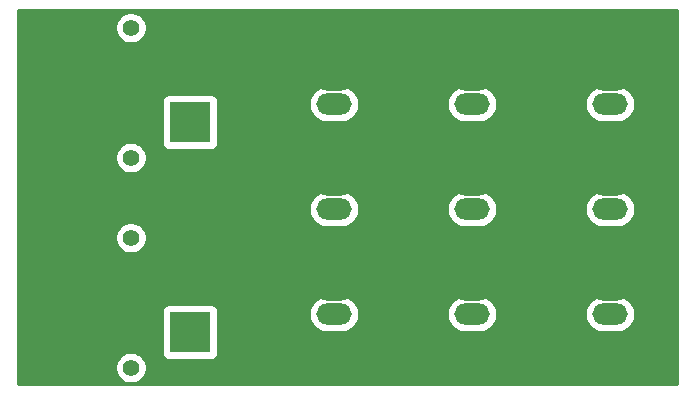
<source format=gbr>
%TF.GenerationSoftware,KiCad,Pcbnew,(5.1.9)-1*%
%TF.CreationDate,2021-11-23T19:16:45+00:00*%
%TF.ProjectId,BT2.0-parallel-board,4254322e-302d-4706-9172-616c6c656c2d,rev?*%
%TF.SameCoordinates,Original*%
%TF.FileFunction,Copper,L1,Top*%
%TF.FilePolarity,Positive*%
%FSLAX46Y46*%
G04 Gerber Fmt 4.6, Leading zero omitted, Abs format (unit mm)*
G04 Created by KiCad (PCBNEW (5.1.9)-1) date 2021-11-23 19:16:45*
%MOMM*%
%LPD*%
G01*
G04 APERTURE LIST*
%TA.AperFunction,ComponentPad*%
%ADD10C,3.500000*%
%TD*%
%TA.AperFunction,ComponentPad*%
%ADD11R,3.500000X3.500000*%
%TD*%
%TA.AperFunction,ComponentPad*%
%ADD12C,1.400000*%
%TD*%
%TA.AperFunction,ComponentPad*%
%ADD13O,3.000000X1.800000*%
%TD*%
%TA.AperFunction,Conductor*%
%ADD14C,0.254000*%
%TD*%
%TA.AperFunction,Conductor*%
%ADD15C,0.100000*%
%TD*%
G04 APERTURE END LIST*
D10*
%TO.P,J11,2*%
%TO.N,VCC*%
X91440000Y-104220000D03*
D11*
%TO.P,J11,1*%
%TO.N,GND*%
X91440000Y-109220000D03*
D12*
%TO.P,J11,*%
%TO.N,*%
X86440000Y-101220000D03*
X86440000Y-112220000D03*
%TD*%
D13*
%TO.P,J9,1*%
%TO.N,GND*%
X127000000Y-125460000D03*
%TO.P,J9,2*%
%TO.N,VCC*%
X127000000Y-123460000D03*
%TD*%
%TO.P,J8,1*%
%TO.N,GND*%
X115316000Y-125460000D03*
%TO.P,J8,2*%
%TO.N,VCC*%
X115316000Y-123460000D03*
%TD*%
%TO.P,J7,1*%
%TO.N,GND*%
X103632000Y-125460000D03*
%TO.P,J7,2*%
%TO.N,VCC*%
X103632000Y-123460000D03*
%TD*%
%TO.P,J6,1*%
%TO.N,GND*%
X127000000Y-116570000D03*
%TO.P,J6,2*%
%TO.N,VCC*%
X127000000Y-114570000D03*
%TD*%
%TO.P,J5,1*%
%TO.N,GND*%
X115316000Y-116570000D03*
%TO.P,J5,2*%
%TO.N,VCC*%
X115316000Y-114570000D03*
%TD*%
%TO.P,J4,1*%
%TO.N,GND*%
X103632000Y-116570000D03*
%TO.P,J4,2*%
%TO.N,VCC*%
X103632000Y-114570000D03*
%TD*%
%TO.P,J3,1*%
%TO.N,GND*%
X127000000Y-107680000D03*
%TO.P,J3,2*%
%TO.N,VCC*%
X127000000Y-105680000D03*
%TD*%
%TO.P,J2,1*%
%TO.N,GND*%
X115316000Y-107680000D03*
%TO.P,J2,2*%
%TO.N,VCC*%
X115316000Y-105680000D03*
%TD*%
%TO.P,J1,1*%
%TO.N,GND*%
X103632000Y-107680000D03*
%TO.P,J1,2*%
%TO.N,VCC*%
X103632000Y-105680000D03*
%TD*%
D10*
%TO.P,J10,2*%
%TO.N,VCC*%
X91440000Y-122000000D03*
D11*
%TO.P,J10,1*%
%TO.N,GND*%
X91440000Y-127000000D03*
D12*
%TO.P,J10,*%
%TO.N,*%
X86440000Y-119000000D03*
X86440000Y-130000000D03*
%TD*%
D14*
%TO.N,VCC*%
X132665001Y-131395000D02*
X76885000Y-131395000D01*
X76885000Y-129868514D01*
X85105000Y-129868514D01*
X85105000Y-130131486D01*
X85156304Y-130389405D01*
X85256939Y-130632359D01*
X85403038Y-130851013D01*
X85588987Y-131036962D01*
X85807641Y-131183061D01*
X86050595Y-131283696D01*
X86308514Y-131335000D01*
X86571486Y-131335000D01*
X86829405Y-131283696D01*
X87072359Y-131183061D01*
X87291013Y-131036962D01*
X87476962Y-130851013D01*
X87623061Y-130632359D01*
X87723696Y-130389405D01*
X87775000Y-130131486D01*
X87775000Y-129868514D01*
X87723696Y-129610595D01*
X87623061Y-129367641D01*
X87476962Y-129148987D01*
X87291013Y-128963038D01*
X87072359Y-128816939D01*
X86829405Y-128716304D01*
X86571486Y-128665000D01*
X86308514Y-128665000D01*
X86050595Y-128716304D01*
X85807641Y-128816939D01*
X85588987Y-128963038D01*
X85403038Y-129148987D01*
X85256939Y-129367641D01*
X85156304Y-129610595D01*
X85105000Y-129868514D01*
X76885000Y-129868514D01*
X76885000Y-125250000D01*
X89051928Y-125250000D01*
X89051928Y-128750000D01*
X89064188Y-128874482D01*
X89100498Y-128994180D01*
X89159463Y-129104494D01*
X89238815Y-129201185D01*
X89335506Y-129280537D01*
X89445820Y-129339502D01*
X89565518Y-129375812D01*
X89690000Y-129388072D01*
X93190000Y-129388072D01*
X93314482Y-129375812D01*
X93434180Y-129339502D01*
X93544494Y-129280537D01*
X93641185Y-129201185D01*
X93720537Y-129104494D01*
X93779502Y-128994180D01*
X93815812Y-128874482D01*
X93828072Y-128750000D01*
X93828072Y-125460000D01*
X101489573Y-125460000D01*
X101519210Y-125760913D01*
X101606983Y-126050261D01*
X101749519Y-126316927D01*
X101941339Y-126550661D01*
X102175073Y-126742481D01*
X102441739Y-126885017D01*
X102731087Y-126972790D01*
X102956592Y-126995000D01*
X104307408Y-126995000D01*
X104532913Y-126972790D01*
X104822261Y-126885017D01*
X105088927Y-126742481D01*
X105322661Y-126550661D01*
X105514481Y-126316927D01*
X105657017Y-126050261D01*
X105744790Y-125760913D01*
X105774427Y-125460000D01*
X113173573Y-125460000D01*
X113203210Y-125760913D01*
X113290983Y-126050261D01*
X113433519Y-126316927D01*
X113625339Y-126550661D01*
X113859073Y-126742481D01*
X114125739Y-126885017D01*
X114415087Y-126972790D01*
X114640592Y-126995000D01*
X115991408Y-126995000D01*
X116216913Y-126972790D01*
X116506261Y-126885017D01*
X116772927Y-126742481D01*
X117006661Y-126550661D01*
X117198481Y-126316927D01*
X117341017Y-126050261D01*
X117428790Y-125760913D01*
X117458427Y-125460000D01*
X124857573Y-125460000D01*
X124887210Y-125760913D01*
X124974983Y-126050261D01*
X125117519Y-126316927D01*
X125309339Y-126550661D01*
X125543073Y-126742481D01*
X125809739Y-126885017D01*
X126099087Y-126972790D01*
X126324592Y-126995000D01*
X127675408Y-126995000D01*
X127900913Y-126972790D01*
X128190261Y-126885017D01*
X128456927Y-126742481D01*
X128690661Y-126550661D01*
X128882481Y-126316927D01*
X129025017Y-126050261D01*
X129112790Y-125760913D01*
X129142427Y-125460000D01*
X129112790Y-125159087D01*
X129025017Y-124869739D01*
X128882481Y-124603073D01*
X128690661Y-124369339D01*
X128456927Y-124177519D01*
X128190261Y-124034983D01*
X127900913Y-123947210D01*
X127675408Y-123925000D01*
X126324592Y-123925000D01*
X126099087Y-123947210D01*
X125809739Y-124034983D01*
X125543073Y-124177519D01*
X125309339Y-124369339D01*
X125117519Y-124603073D01*
X124974983Y-124869739D01*
X124887210Y-125159087D01*
X124857573Y-125460000D01*
X117458427Y-125460000D01*
X117428790Y-125159087D01*
X117341017Y-124869739D01*
X117198481Y-124603073D01*
X117006661Y-124369339D01*
X116772927Y-124177519D01*
X116506261Y-124034983D01*
X116216913Y-123947210D01*
X115991408Y-123925000D01*
X114640592Y-123925000D01*
X114415087Y-123947210D01*
X114125739Y-124034983D01*
X113859073Y-124177519D01*
X113625339Y-124369339D01*
X113433519Y-124603073D01*
X113290983Y-124869739D01*
X113203210Y-125159087D01*
X113173573Y-125460000D01*
X105774427Y-125460000D01*
X105744790Y-125159087D01*
X105657017Y-124869739D01*
X105514481Y-124603073D01*
X105322661Y-124369339D01*
X105088927Y-124177519D01*
X104822261Y-124034983D01*
X104532913Y-123947210D01*
X104307408Y-123925000D01*
X102956592Y-123925000D01*
X102731087Y-123947210D01*
X102441739Y-124034983D01*
X102175073Y-124177519D01*
X101941339Y-124369339D01*
X101749519Y-124603073D01*
X101606983Y-124869739D01*
X101519210Y-125159087D01*
X101489573Y-125460000D01*
X93828072Y-125460000D01*
X93828072Y-125250000D01*
X93815812Y-125125518D01*
X93779502Y-125005820D01*
X93720537Y-124895506D01*
X93641185Y-124798815D01*
X93544494Y-124719463D01*
X93434180Y-124660498D01*
X93314482Y-124624188D01*
X93190000Y-124611928D01*
X89690000Y-124611928D01*
X89565518Y-124624188D01*
X89445820Y-124660498D01*
X89335506Y-124719463D01*
X89238815Y-124798815D01*
X89159463Y-124895506D01*
X89100498Y-125005820D01*
X89064188Y-125125518D01*
X89051928Y-125250000D01*
X76885000Y-125250000D01*
X76885000Y-118868514D01*
X85105000Y-118868514D01*
X85105000Y-119131486D01*
X85156304Y-119389405D01*
X85256939Y-119632359D01*
X85403038Y-119851013D01*
X85588987Y-120036962D01*
X85807641Y-120183061D01*
X86050595Y-120283696D01*
X86308514Y-120335000D01*
X86571486Y-120335000D01*
X86829405Y-120283696D01*
X87072359Y-120183061D01*
X87291013Y-120036962D01*
X87476962Y-119851013D01*
X87623061Y-119632359D01*
X87723696Y-119389405D01*
X87775000Y-119131486D01*
X87775000Y-118868514D01*
X87723696Y-118610595D01*
X87623061Y-118367641D01*
X87476962Y-118148987D01*
X87291013Y-117963038D01*
X87072359Y-117816939D01*
X86829405Y-117716304D01*
X86571486Y-117665000D01*
X86308514Y-117665000D01*
X86050595Y-117716304D01*
X85807641Y-117816939D01*
X85588987Y-117963038D01*
X85403038Y-118148987D01*
X85256939Y-118367641D01*
X85156304Y-118610595D01*
X85105000Y-118868514D01*
X76885000Y-118868514D01*
X76885000Y-116570000D01*
X101489573Y-116570000D01*
X101519210Y-116870913D01*
X101606983Y-117160261D01*
X101749519Y-117426927D01*
X101941339Y-117660661D01*
X102175073Y-117852481D01*
X102441739Y-117995017D01*
X102731087Y-118082790D01*
X102956592Y-118105000D01*
X104307408Y-118105000D01*
X104532913Y-118082790D01*
X104822261Y-117995017D01*
X105088927Y-117852481D01*
X105322661Y-117660661D01*
X105514481Y-117426927D01*
X105657017Y-117160261D01*
X105744790Y-116870913D01*
X105774427Y-116570000D01*
X113173573Y-116570000D01*
X113203210Y-116870913D01*
X113290983Y-117160261D01*
X113433519Y-117426927D01*
X113625339Y-117660661D01*
X113859073Y-117852481D01*
X114125739Y-117995017D01*
X114415087Y-118082790D01*
X114640592Y-118105000D01*
X115991408Y-118105000D01*
X116216913Y-118082790D01*
X116506261Y-117995017D01*
X116772927Y-117852481D01*
X117006661Y-117660661D01*
X117198481Y-117426927D01*
X117341017Y-117160261D01*
X117428790Y-116870913D01*
X117458427Y-116570000D01*
X124857573Y-116570000D01*
X124887210Y-116870913D01*
X124974983Y-117160261D01*
X125117519Y-117426927D01*
X125309339Y-117660661D01*
X125543073Y-117852481D01*
X125809739Y-117995017D01*
X126099087Y-118082790D01*
X126324592Y-118105000D01*
X127675408Y-118105000D01*
X127900913Y-118082790D01*
X128190261Y-117995017D01*
X128456927Y-117852481D01*
X128690661Y-117660661D01*
X128882481Y-117426927D01*
X129025017Y-117160261D01*
X129112790Y-116870913D01*
X129142427Y-116570000D01*
X129112790Y-116269087D01*
X129025017Y-115979739D01*
X128882481Y-115713073D01*
X128690661Y-115479339D01*
X128456927Y-115287519D01*
X128190261Y-115144983D01*
X127900913Y-115057210D01*
X127675408Y-115035000D01*
X126324592Y-115035000D01*
X126099087Y-115057210D01*
X125809739Y-115144983D01*
X125543073Y-115287519D01*
X125309339Y-115479339D01*
X125117519Y-115713073D01*
X124974983Y-115979739D01*
X124887210Y-116269087D01*
X124857573Y-116570000D01*
X117458427Y-116570000D01*
X117428790Y-116269087D01*
X117341017Y-115979739D01*
X117198481Y-115713073D01*
X117006661Y-115479339D01*
X116772927Y-115287519D01*
X116506261Y-115144983D01*
X116216913Y-115057210D01*
X115991408Y-115035000D01*
X114640592Y-115035000D01*
X114415087Y-115057210D01*
X114125739Y-115144983D01*
X113859073Y-115287519D01*
X113625339Y-115479339D01*
X113433519Y-115713073D01*
X113290983Y-115979739D01*
X113203210Y-116269087D01*
X113173573Y-116570000D01*
X105774427Y-116570000D01*
X105744790Y-116269087D01*
X105657017Y-115979739D01*
X105514481Y-115713073D01*
X105322661Y-115479339D01*
X105088927Y-115287519D01*
X104822261Y-115144983D01*
X104532913Y-115057210D01*
X104307408Y-115035000D01*
X102956592Y-115035000D01*
X102731087Y-115057210D01*
X102441739Y-115144983D01*
X102175073Y-115287519D01*
X101941339Y-115479339D01*
X101749519Y-115713073D01*
X101606983Y-115979739D01*
X101519210Y-116269087D01*
X101489573Y-116570000D01*
X76885000Y-116570000D01*
X76885000Y-112088514D01*
X85105000Y-112088514D01*
X85105000Y-112351486D01*
X85156304Y-112609405D01*
X85256939Y-112852359D01*
X85403038Y-113071013D01*
X85588987Y-113256962D01*
X85807641Y-113403061D01*
X86050595Y-113503696D01*
X86308514Y-113555000D01*
X86571486Y-113555000D01*
X86829405Y-113503696D01*
X87072359Y-113403061D01*
X87291013Y-113256962D01*
X87476962Y-113071013D01*
X87623061Y-112852359D01*
X87723696Y-112609405D01*
X87775000Y-112351486D01*
X87775000Y-112088514D01*
X87723696Y-111830595D01*
X87623061Y-111587641D01*
X87476962Y-111368987D01*
X87291013Y-111183038D01*
X87072359Y-111036939D01*
X86829405Y-110936304D01*
X86571486Y-110885000D01*
X86308514Y-110885000D01*
X86050595Y-110936304D01*
X85807641Y-111036939D01*
X85588987Y-111183038D01*
X85403038Y-111368987D01*
X85256939Y-111587641D01*
X85156304Y-111830595D01*
X85105000Y-112088514D01*
X76885000Y-112088514D01*
X76885000Y-107470000D01*
X89051928Y-107470000D01*
X89051928Y-110970000D01*
X89064188Y-111094482D01*
X89100498Y-111214180D01*
X89159463Y-111324494D01*
X89238815Y-111421185D01*
X89335506Y-111500537D01*
X89445820Y-111559502D01*
X89565518Y-111595812D01*
X89690000Y-111608072D01*
X93190000Y-111608072D01*
X93314482Y-111595812D01*
X93434180Y-111559502D01*
X93544494Y-111500537D01*
X93641185Y-111421185D01*
X93720537Y-111324494D01*
X93779502Y-111214180D01*
X93815812Y-111094482D01*
X93828072Y-110970000D01*
X93828072Y-107680000D01*
X101489573Y-107680000D01*
X101519210Y-107980913D01*
X101606983Y-108270261D01*
X101749519Y-108536927D01*
X101941339Y-108770661D01*
X102175073Y-108962481D01*
X102441739Y-109105017D01*
X102731087Y-109192790D01*
X102956592Y-109215000D01*
X104307408Y-109215000D01*
X104532913Y-109192790D01*
X104822261Y-109105017D01*
X105088927Y-108962481D01*
X105322661Y-108770661D01*
X105514481Y-108536927D01*
X105657017Y-108270261D01*
X105744790Y-107980913D01*
X105774427Y-107680000D01*
X113173573Y-107680000D01*
X113203210Y-107980913D01*
X113290983Y-108270261D01*
X113433519Y-108536927D01*
X113625339Y-108770661D01*
X113859073Y-108962481D01*
X114125739Y-109105017D01*
X114415087Y-109192790D01*
X114640592Y-109215000D01*
X115991408Y-109215000D01*
X116216913Y-109192790D01*
X116506261Y-109105017D01*
X116772927Y-108962481D01*
X117006661Y-108770661D01*
X117198481Y-108536927D01*
X117341017Y-108270261D01*
X117428790Y-107980913D01*
X117458427Y-107680000D01*
X124857573Y-107680000D01*
X124887210Y-107980913D01*
X124974983Y-108270261D01*
X125117519Y-108536927D01*
X125309339Y-108770661D01*
X125543073Y-108962481D01*
X125809739Y-109105017D01*
X126099087Y-109192790D01*
X126324592Y-109215000D01*
X127675408Y-109215000D01*
X127900913Y-109192790D01*
X128190261Y-109105017D01*
X128456927Y-108962481D01*
X128690661Y-108770661D01*
X128882481Y-108536927D01*
X129025017Y-108270261D01*
X129112790Y-107980913D01*
X129142427Y-107680000D01*
X129112790Y-107379087D01*
X129025017Y-107089739D01*
X128882481Y-106823073D01*
X128690661Y-106589339D01*
X128456927Y-106397519D01*
X128190261Y-106254983D01*
X127900913Y-106167210D01*
X127675408Y-106145000D01*
X126324592Y-106145000D01*
X126099087Y-106167210D01*
X125809739Y-106254983D01*
X125543073Y-106397519D01*
X125309339Y-106589339D01*
X125117519Y-106823073D01*
X124974983Y-107089739D01*
X124887210Y-107379087D01*
X124857573Y-107680000D01*
X117458427Y-107680000D01*
X117428790Y-107379087D01*
X117341017Y-107089739D01*
X117198481Y-106823073D01*
X117006661Y-106589339D01*
X116772927Y-106397519D01*
X116506261Y-106254983D01*
X116216913Y-106167210D01*
X115991408Y-106145000D01*
X114640592Y-106145000D01*
X114415087Y-106167210D01*
X114125739Y-106254983D01*
X113859073Y-106397519D01*
X113625339Y-106589339D01*
X113433519Y-106823073D01*
X113290983Y-107089739D01*
X113203210Y-107379087D01*
X113173573Y-107680000D01*
X105774427Y-107680000D01*
X105744790Y-107379087D01*
X105657017Y-107089739D01*
X105514481Y-106823073D01*
X105322661Y-106589339D01*
X105088927Y-106397519D01*
X104822261Y-106254983D01*
X104532913Y-106167210D01*
X104307408Y-106145000D01*
X102956592Y-106145000D01*
X102731087Y-106167210D01*
X102441739Y-106254983D01*
X102175073Y-106397519D01*
X101941339Y-106589339D01*
X101749519Y-106823073D01*
X101606983Y-107089739D01*
X101519210Y-107379087D01*
X101489573Y-107680000D01*
X93828072Y-107680000D01*
X93828072Y-107470000D01*
X93815812Y-107345518D01*
X93779502Y-107225820D01*
X93720537Y-107115506D01*
X93641185Y-107018815D01*
X93544494Y-106939463D01*
X93434180Y-106880498D01*
X93314482Y-106844188D01*
X93190000Y-106831928D01*
X89690000Y-106831928D01*
X89565518Y-106844188D01*
X89445820Y-106880498D01*
X89335506Y-106939463D01*
X89238815Y-107018815D01*
X89159463Y-107115506D01*
X89100498Y-107225820D01*
X89064188Y-107345518D01*
X89051928Y-107470000D01*
X76885000Y-107470000D01*
X76885000Y-101088514D01*
X85105000Y-101088514D01*
X85105000Y-101351486D01*
X85156304Y-101609405D01*
X85256939Y-101852359D01*
X85403038Y-102071013D01*
X85588987Y-102256962D01*
X85807641Y-102403061D01*
X86050595Y-102503696D01*
X86308514Y-102555000D01*
X86571486Y-102555000D01*
X86829405Y-102503696D01*
X87072359Y-102403061D01*
X87291013Y-102256962D01*
X87476962Y-102071013D01*
X87623061Y-101852359D01*
X87723696Y-101609405D01*
X87775000Y-101351486D01*
X87775000Y-101088514D01*
X87723696Y-100830595D01*
X87623061Y-100587641D01*
X87476962Y-100368987D01*
X87291013Y-100183038D01*
X87072359Y-100036939D01*
X86829405Y-99936304D01*
X86571486Y-99885000D01*
X86308514Y-99885000D01*
X86050595Y-99936304D01*
X85807641Y-100036939D01*
X85588987Y-100183038D01*
X85403038Y-100368987D01*
X85256939Y-100587641D01*
X85156304Y-100830595D01*
X85105000Y-101088514D01*
X76885000Y-101088514D01*
X76885000Y-99745000D01*
X132665000Y-99745000D01*
X132665001Y-131395000D01*
%TA.AperFunction,Conductor*%
D15*
G36*
X132665001Y-131395000D02*
G01*
X76885000Y-131395000D01*
X76885000Y-129868514D01*
X85105000Y-129868514D01*
X85105000Y-130131486D01*
X85156304Y-130389405D01*
X85256939Y-130632359D01*
X85403038Y-130851013D01*
X85588987Y-131036962D01*
X85807641Y-131183061D01*
X86050595Y-131283696D01*
X86308514Y-131335000D01*
X86571486Y-131335000D01*
X86829405Y-131283696D01*
X87072359Y-131183061D01*
X87291013Y-131036962D01*
X87476962Y-130851013D01*
X87623061Y-130632359D01*
X87723696Y-130389405D01*
X87775000Y-130131486D01*
X87775000Y-129868514D01*
X87723696Y-129610595D01*
X87623061Y-129367641D01*
X87476962Y-129148987D01*
X87291013Y-128963038D01*
X87072359Y-128816939D01*
X86829405Y-128716304D01*
X86571486Y-128665000D01*
X86308514Y-128665000D01*
X86050595Y-128716304D01*
X85807641Y-128816939D01*
X85588987Y-128963038D01*
X85403038Y-129148987D01*
X85256939Y-129367641D01*
X85156304Y-129610595D01*
X85105000Y-129868514D01*
X76885000Y-129868514D01*
X76885000Y-125250000D01*
X89051928Y-125250000D01*
X89051928Y-128750000D01*
X89064188Y-128874482D01*
X89100498Y-128994180D01*
X89159463Y-129104494D01*
X89238815Y-129201185D01*
X89335506Y-129280537D01*
X89445820Y-129339502D01*
X89565518Y-129375812D01*
X89690000Y-129388072D01*
X93190000Y-129388072D01*
X93314482Y-129375812D01*
X93434180Y-129339502D01*
X93544494Y-129280537D01*
X93641185Y-129201185D01*
X93720537Y-129104494D01*
X93779502Y-128994180D01*
X93815812Y-128874482D01*
X93828072Y-128750000D01*
X93828072Y-125460000D01*
X101489573Y-125460000D01*
X101519210Y-125760913D01*
X101606983Y-126050261D01*
X101749519Y-126316927D01*
X101941339Y-126550661D01*
X102175073Y-126742481D01*
X102441739Y-126885017D01*
X102731087Y-126972790D01*
X102956592Y-126995000D01*
X104307408Y-126995000D01*
X104532913Y-126972790D01*
X104822261Y-126885017D01*
X105088927Y-126742481D01*
X105322661Y-126550661D01*
X105514481Y-126316927D01*
X105657017Y-126050261D01*
X105744790Y-125760913D01*
X105774427Y-125460000D01*
X113173573Y-125460000D01*
X113203210Y-125760913D01*
X113290983Y-126050261D01*
X113433519Y-126316927D01*
X113625339Y-126550661D01*
X113859073Y-126742481D01*
X114125739Y-126885017D01*
X114415087Y-126972790D01*
X114640592Y-126995000D01*
X115991408Y-126995000D01*
X116216913Y-126972790D01*
X116506261Y-126885017D01*
X116772927Y-126742481D01*
X117006661Y-126550661D01*
X117198481Y-126316927D01*
X117341017Y-126050261D01*
X117428790Y-125760913D01*
X117458427Y-125460000D01*
X124857573Y-125460000D01*
X124887210Y-125760913D01*
X124974983Y-126050261D01*
X125117519Y-126316927D01*
X125309339Y-126550661D01*
X125543073Y-126742481D01*
X125809739Y-126885017D01*
X126099087Y-126972790D01*
X126324592Y-126995000D01*
X127675408Y-126995000D01*
X127900913Y-126972790D01*
X128190261Y-126885017D01*
X128456927Y-126742481D01*
X128690661Y-126550661D01*
X128882481Y-126316927D01*
X129025017Y-126050261D01*
X129112790Y-125760913D01*
X129142427Y-125460000D01*
X129112790Y-125159087D01*
X129025017Y-124869739D01*
X128882481Y-124603073D01*
X128690661Y-124369339D01*
X128456927Y-124177519D01*
X128190261Y-124034983D01*
X127900913Y-123947210D01*
X127675408Y-123925000D01*
X126324592Y-123925000D01*
X126099087Y-123947210D01*
X125809739Y-124034983D01*
X125543073Y-124177519D01*
X125309339Y-124369339D01*
X125117519Y-124603073D01*
X124974983Y-124869739D01*
X124887210Y-125159087D01*
X124857573Y-125460000D01*
X117458427Y-125460000D01*
X117428790Y-125159087D01*
X117341017Y-124869739D01*
X117198481Y-124603073D01*
X117006661Y-124369339D01*
X116772927Y-124177519D01*
X116506261Y-124034983D01*
X116216913Y-123947210D01*
X115991408Y-123925000D01*
X114640592Y-123925000D01*
X114415087Y-123947210D01*
X114125739Y-124034983D01*
X113859073Y-124177519D01*
X113625339Y-124369339D01*
X113433519Y-124603073D01*
X113290983Y-124869739D01*
X113203210Y-125159087D01*
X113173573Y-125460000D01*
X105774427Y-125460000D01*
X105744790Y-125159087D01*
X105657017Y-124869739D01*
X105514481Y-124603073D01*
X105322661Y-124369339D01*
X105088927Y-124177519D01*
X104822261Y-124034983D01*
X104532913Y-123947210D01*
X104307408Y-123925000D01*
X102956592Y-123925000D01*
X102731087Y-123947210D01*
X102441739Y-124034983D01*
X102175073Y-124177519D01*
X101941339Y-124369339D01*
X101749519Y-124603073D01*
X101606983Y-124869739D01*
X101519210Y-125159087D01*
X101489573Y-125460000D01*
X93828072Y-125460000D01*
X93828072Y-125250000D01*
X93815812Y-125125518D01*
X93779502Y-125005820D01*
X93720537Y-124895506D01*
X93641185Y-124798815D01*
X93544494Y-124719463D01*
X93434180Y-124660498D01*
X93314482Y-124624188D01*
X93190000Y-124611928D01*
X89690000Y-124611928D01*
X89565518Y-124624188D01*
X89445820Y-124660498D01*
X89335506Y-124719463D01*
X89238815Y-124798815D01*
X89159463Y-124895506D01*
X89100498Y-125005820D01*
X89064188Y-125125518D01*
X89051928Y-125250000D01*
X76885000Y-125250000D01*
X76885000Y-118868514D01*
X85105000Y-118868514D01*
X85105000Y-119131486D01*
X85156304Y-119389405D01*
X85256939Y-119632359D01*
X85403038Y-119851013D01*
X85588987Y-120036962D01*
X85807641Y-120183061D01*
X86050595Y-120283696D01*
X86308514Y-120335000D01*
X86571486Y-120335000D01*
X86829405Y-120283696D01*
X87072359Y-120183061D01*
X87291013Y-120036962D01*
X87476962Y-119851013D01*
X87623061Y-119632359D01*
X87723696Y-119389405D01*
X87775000Y-119131486D01*
X87775000Y-118868514D01*
X87723696Y-118610595D01*
X87623061Y-118367641D01*
X87476962Y-118148987D01*
X87291013Y-117963038D01*
X87072359Y-117816939D01*
X86829405Y-117716304D01*
X86571486Y-117665000D01*
X86308514Y-117665000D01*
X86050595Y-117716304D01*
X85807641Y-117816939D01*
X85588987Y-117963038D01*
X85403038Y-118148987D01*
X85256939Y-118367641D01*
X85156304Y-118610595D01*
X85105000Y-118868514D01*
X76885000Y-118868514D01*
X76885000Y-116570000D01*
X101489573Y-116570000D01*
X101519210Y-116870913D01*
X101606983Y-117160261D01*
X101749519Y-117426927D01*
X101941339Y-117660661D01*
X102175073Y-117852481D01*
X102441739Y-117995017D01*
X102731087Y-118082790D01*
X102956592Y-118105000D01*
X104307408Y-118105000D01*
X104532913Y-118082790D01*
X104822261Y-117995017D01*
X105088927Y-117852481D01*
X105322661Y-117660661D01*
X105514481Y-117426927D01*
X105657017Y-117160261D01*
X105744790Y-116870913D01*
X105774427Y-116570000D01*
X113173573Y-116570000D01*
X113203210Y-116870913D01*
X113290983Y-117160261D01*
X113433519Y-117426927D01*
X113625339Y-117660661D01*
X113859073Y-117852481D01*
X114125739Y-117995017D01*
X114415087Y-118082790D01*
X114640592Y-118105000D01*
X115991408Y-118105000D01*
X116216913Y-118082790D01*
X116506261Y-117995017D01*
X116772927Y-117852481D01*
X117006661Y-117660661D01*
X117198481Y-117426927D01*
X117341017Y-117160261D01*
X117428790Y-116870913D01*
X117458427Y-116570000D01*
X124857573Y-116570000D01*
X124887210Y-116870913D01*
X124974983Y-117160261D01*
X125117519Y-117426927D01*
X125309339Y-117660661D01*
X125543073Y-117852481D01*
X125809739Y-117995017D01*
X126099087Y-118082790D01*
X126324592Y-118105000D01*
X127675408Y-118105000D01*
X127900913Y-118082790D01*
X128190261Y-117995017D01*
X128456927Y-117852481D01*
X128690661Y-117660661D01*
X128882481Y-117426927D01*
X129025017Y-117160261D01*
X129112790Y-116870913D01*
X129142427Y-116570000D01*
X129112790Y-116269087D01*
X129025017Y-115979739D01*
X128882481Y-115713073D01*
X128690661Y-115479339D01*
X128456927Y-115287519D01*
X128190261Y-115144983D01*
X127900913Y-115057210D01*
X127675408Y-115035000D01*
X126324592Y-115035000D01*
X126099087Y-115057210D01*
X125809739Y-115144983D01*
X125543073Y-115287519D01*
X125309339Y-115479339D01*
X125117519Y-115713073D01*
X124974983Y-115979739D01*
X124887210Y-116269087D01*
X124857573Y-116570000D01*
X117458427Y-116570000D01*
X117428790Y-116269087D01*
X117341017Y-115979739D01*
X117198481Y-115713073D01*
X117006661Y-115479339D01*
X116772927Y-115287519D01*
X116506261Y-115144983D01*
X116216913Y-115057210D01*
X115991408Y-115035000D01*
X114640592Y-115035000D01*
X114415087Y-115057210D01*
X114125739Y-115144983D01*
X113859073Y-115287519D01*
X113625339Y-115479339D01*
X113433519Y-115713073D01*
X113290983Y-115979739D01*
X113203210Y-116269087D01*
X113173573Y-116570000D01*
X105774427Y-116570000D01*
X105744790Y-116269087D01*
X105657017Y-115979739D01*
X105514481Y-115713073D01*
X105322661Y-115479339D01*
X105088927Y-115287519D01*
X104822261Y-115144983D01*
X104532913Y-115057210D01*
X104307408Y-115035000D01*
X102956592Y-115035000D01*
X102731087Y-115057210D01*
X102441739Y-115144983D01*
X102175073Y-115287519D01*
X101941339Y-115479339D01*
X101749519Y-115713073D01*
X101606983Y-115979739D01*
X101519210Y-116269087D01*
X101489573Y-116570000D01*
X76885000Y-116570000D01*
X76885000Y-112088514D01*
X85105000Y-112088514D01*
X85105000Y-112351486D01*
X85156304Y-112609405D01*
X85256939Y-112852359D01*
X85403038Y-113071013D01*
X85588987Y-113256962D01*
X85807641Y-113403061D01*
X86050595Y-113503696D01*
X86308514Y-113555000D01*
X86571486Y-113555000D01*
X86829405Y-113503696D01*
X87072359Y-113403061D01*
X87291013Y-113256962D01*
X87476962Y-113071013D01*
X87623061Y-112852359D01*
X87723696Y-112609405D01*
X87775000Y-112351486D01*
X87775000Y-112088514D01*
X87723696Y-111830595D01*
X87623061Y-111587641D01*
X87476962Y-111368987D01*
X87291013Y-111183038D01*
X87072359Y-111036939D01*
X86829405Y-110936304D01*
X86571486Y-110885000D01*
X86308514Y-110885000D01*
X86050595Y-110936304D01*
X85807641Y-111036939D01*
X85588987Y-111183038D01*
X85403038Y-111368987D01*
X85256939Y-111587641D01*
X85156304Y-111830595D01*
X85105000Y-112088514D01*
X76885000Y-112088514D01*
X76885000Y-107470000D01*
X89051928Y-107470000D01*
X89051928Y-110970000D01*
X89064188Y-111094482D01*
X89100498Y-111214180D01*
X89159463Y-111324494D01*
X89238815Y-111421185D01*
X89335506Y-111500537D01*
X89445820Y-111559502D01*
X89565518Y-111595812D01*
X89690000Y-111608072D01*
X93190000Y-111608072D01*
X93314482Y-111595812D01*
X93434180Y-111559502D01*
X93544494Y-111500537D01*
X93641185Y-111421185D01*
X93720537Y-111324494D01*
X93779502Y-111214180D01*
X93815812Y-111094482D01*
X93828072Y-110970000D01*
X93828072Y-107680000D01*
X101489573Y-107680000D01*
X101519210Y-107980913D01*
X101606983Y-108270261D01*
X101749519Y-108536927D01*
X101941339Y-108770661D01*
X102175073Y-108962481D01*
X102441739Y-109105017D01*
X102731087Y-109192790D01*
X102956592Y-109215000D01*
X104307408Y-109215000D01*
X104532913Y-109192790D01*
X104822261Y-109105017D01*
X105088927Y-108962481D01*
X105322661Y-108770661D01*
X105514481Y-108536927D01*
X105657017Y-108270261D01*
X105744790Y-107980913D01*
X105774427Y-107680000D01*
X113173573Y-107680000D01*
X113203210Y-107980913D01*
X113290983Y-108270261D01*
X113433519Y-108536927D01*
X113625339Y-108770661D01*
X113859073Y-108962481D01*
X114125739Y-109105017D01*
X114415087Y-109192790D01*
X114640592Y-109215000D01*
X115991408Y-109215000D01*
X116216913Y-109192790D01*
X116506261Y-109105017D01*
X116772927Y-108962481D01*
X117006661Y-108770661D01*
X117198481Y-108536927D01*
X117341017Y-108270261D01*
X117428790Y-107980913D01*
X117458427Y-107680000D01*
X124857573Y-107680000D01*
X124887210Y-107980913D01*
X124974983Y-108270261D01*
X125117519Y-108536927D01*
X125309339Y-108770661D01*
X125543073Y-108962481D01*
X125809739Y-109105017D01*
X126099087Y-109192790D01*
X126324592Y-109215000D01*
X127675408Y-109215000D01*
X127900913Y-109192790D01*
X128190261Y-109105017D01*
X128456927Y-108962481D01*
X128690661Y-108770661D01*
X128882481Y-108536927D01*
X129025017Y-108270261D01*
X129112790Y-107980913D01*
X129142427Y-107680000D01*
X129112790Y-107379087D01*
X129025017Y-107089739D01*
X128882481Y-106823073D01*
X128690661Y-106589339D01*
X128456927Y-106397519D01*
X128190261Y-106254983D01*
X127900913Y-106167210D01*
X127675408Y-106145000D01*
X126324592Y-106145000D01*
X126099087Y-106167210D01*
X125809739Y-106254983D01*
X125543073Y-106397519D01*
X125309339Y-106589339D01*
X125117519Y-106823073D01*
X124974983Y-107089739D01*
X124887210Y-107379087D01*
X124857573Y-107680000D01*
X117458427Y-107680000D01*
X117428790Y-107379087D01*
X117341017Y-107089739D01*
X117198481Y-106823073D01*
X117006661Y-106589339D01*
X116772927Y-106397519D01*
X116506261Y-106254983D01*
X116216913Y-106167210D01*
X115991408Y-106145000D01*
X114640592Y-106145000D01*
X114415087Y-106167210D01*
X114125739Y-106254983D01*
X113859073Y-106397519D01*
X113625339Y-106589339D01*
X113433519Y-106823073D01*
X113290983Y-107089739D01*
X113203210Y-107379087D01*
X113173573Y-107680000D01*
X105774427Y-107680000D01*
X105744790Y-107379087D01*
X105657017Y-107089739D01*
X105514481Y-106823073D01*
X105322661Y-106589339D01*
X105088927Y-106397519D01*
X104822261Y-106254983D01*
X104532913Y-106167210D01*
X104307408Y-106145000D01*
X102956592Y-106145000D01*
X102731087Y-106167210D01*
X102441739Y-106254983D01*
X102175073Y-106397519D01*
X101941339Y-106589339D01*
X101749519Y-106823073D01*
X101606983Y-107089739D01*
X101519210Y-107379087D01*
X101489573Y-107680000D01*
X93828072Y-107680000D01*
X93828072Y-107470000D01*
X93815812Y-107345518D01*
X93779502Y-107225820D01*
X93720537Y-107115506D01*
X93641185Y-107018815D01*
X93544494Y-106939463D01*
X93434180Y-106880498D01*
X93314482Y-106844188D01*
X93190000Y-106831928D01*
X89690000Y-106831928D01*
X89565518Y-106844188D01*
X89445820Y-106880498D01*
X89335506Y-106939463D01*
X89238815Y-107018815D01*
X89159463Y-107115506D01*
X89100498Y-107225820D01*
X89064188Y-107345518D01*
X89051928Y-107470000D01*
X76885000Y-107470000D01*
X76885000Y-101088514D01*
X85105000Y-101088514D01*
X85105000Y-101351486D01*
X85156304Y-101609405D01*
X85256939Y-101852359D01*
X85403038Y-102071013D01*
X85588987Y-102256962D01*
X85807641Y-102403061D01*
X86050595Y-102503696D01*
X86308514Y-102555000D01*
X86571486Y-102555000D01*
X86829405Y-102503696D01*
X87072359Y-102403061D01*
X87291013Y-102256962D01*
X87476962Y-102071013D01*
X87623061Y-101852359D01*
X87723696Y-101609405D01*
X87775000Y-101351486D01*
X87775000Y-101088514D01*
X87723696Y-100830595D01*
X87623061Y-100587641D01*
X87476962Y-100368987D01*
X87291013Y-100183038D01*
X87072359Y-100036939D01*
X86829405Y-99936304D01*
X86571486Y-99885000D01*
X86308514Y-99885000D01*
X86050595Y-99936304D01*
X85807641Y-100036939D01*
X85588987Y-100183038D01*
X85403038Y-100368987D01*
X85256939Y-100587641D01*
X85156304Y-100830595D01*
X85105000Y-101088514D01*
X76885000Y-101088514D01*
X76885000Y-99745000D01*
X132665000Y-99745000D01*
X132665001Y-131395000D01*
G37*
%TD.AperFunction*%
%TD*%
M02*

</source>
